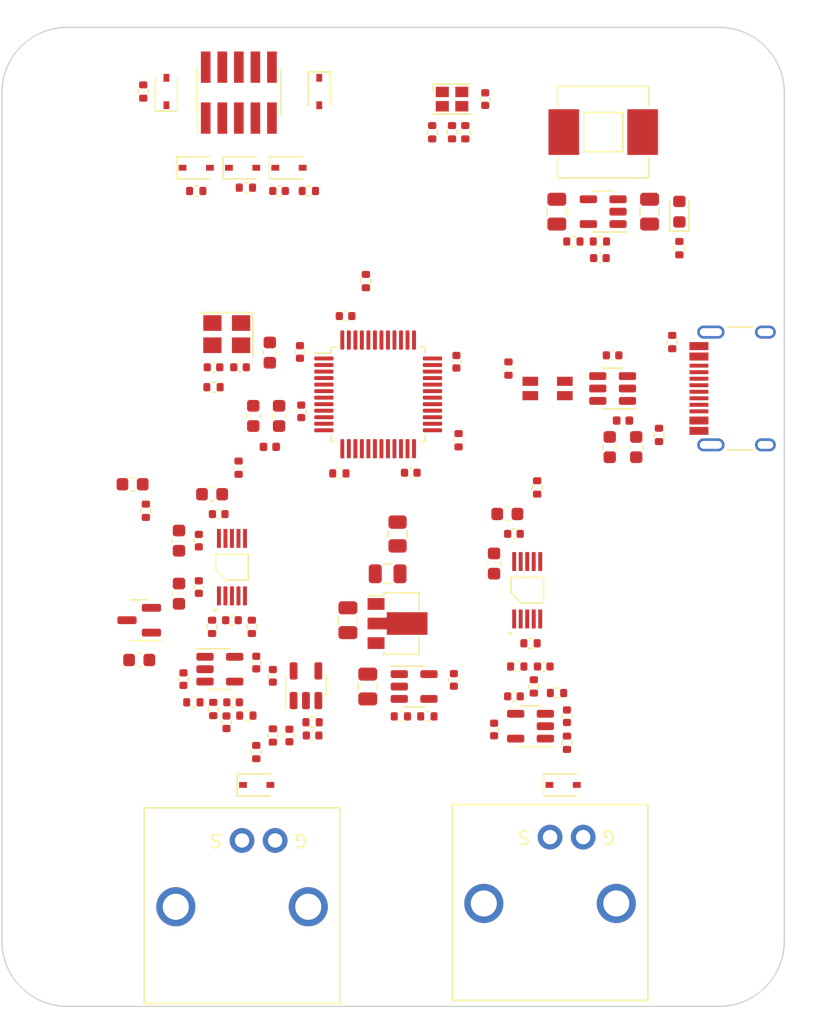
<source format=kicad_pcb>
(kicad_pcb (version 20211014) (generator pcbnew)
  (title_block (title "Mxed Signal") (date "2022-10-05") (rev "1.0") (company "Cristóbal Cuevas Lagos"))
  (layers (0 "F.Cu" signal) (1 "In1.Cu" signal) (2 "In2.Cu" signal) (31 "B.Cu" signal) (34 "B.Paste" user) (35 "F.Paste" user) (36 "B.SilkS" user "B.Silkscreen") (37 "F.SilkS" user "F.Silkscreen") (38 "B.Mask" user) (39 "F.Mask" user) (44 "Edge.Cuts" user))
  (net 0 "")
  (net 1 "VBUS")
  (net 2 "GND")
  (net 3 "+5V")
  (net 4 "/Power/+5V_FILT")
  (net 5 "+3.3VA")
  (net 6 "+3V3")
  (net 7 "/Power/BUCK_FB")
  (net 8 "/Power/VREF")
  (net 9 "VDDA")
  (net 10 "/MCU/HSE_IN")
  (net 11 "/MCU/XTAL_IN")
  (net 12 "/MCU/NRST")
  (net 13 "/ADC/IN_RF")
  (net 14 "/ADC/IN_BUF")
  (net 15 "Net-(C303-Pad1)")
  (net 16 "/ADC/IN_AA_BUF_IN")
  (net 17 "Net-(C305-Pad1)")
  (net 18 "/ADC/IN_AA_BUF_OUT")
  (net 19 "/ADC/ADC_IN+")
  (net 20 "/ADC/ADC_IN-")
  (net 21 "/ADC/ADC_VREF_VIN")
  (net 22 "/ADC/ADC_VREF")
  (net 23 "/DAC/DAC_VREF")
  (net 24 "Net-(C403-Pad1)")
  (net 25 "/DAC/OUT_AA_BUF_IN")
  (net 26 "Net-(C405-Pad1)")
  (net 27 "/DAC/OUT_AA_BUF_OUT")
  (net 28 "/Power/LED_PWR_K")
  (net 29 "/MCU/LED_G_K")
  (net 30 "/MCU/LED_R_K")
  (net 31 "/MCU/LED_B_K")
  (net 32 "/MCU/CONN_SWDIO")
  (net 33 "/MCU/CONN_SWCLK")
  (net 34 "/MCU/CONN_SWO")
  (net 35 "/MCU/CONN_NRST")
  (net 36 "/ADC/IN")
  (net 37 "/DAC/OUT")
  (net 38 "/MCU/USB_CONN_CC1")
  (net 39 "/MCU/USB_CONN_D+")
  (net 40 "/MCU/USB_CONN_D-")
  (net 42 "/MCU/USB_CONN_CC2")
  (net 47 "/MCU/BOOT0")
  (net 48 "/MCU/HSE_OUT")
  (net 49 "SPI2_NSS")
  (net 50 "SPI1_NSS")
  (net 51 "/MCU/USB_D+")
  (net 52 "/MCU/TIM4_CH3")
  (net 53 "/MCU/TIM4_CH1")
  (net 54 "/MCU/TIM4_CH2")
  (net 55 "/MCU/SWDIO")
  (net 56 "/MCU/SWCLK")
  (net 57 "/MCU/SWO")
  (net 58 "VCOM")
  (net 59 "/ADC/IN_BUF_OUT")
  (net 60 "SPI1_SCK")
  (net 61 "/ADC/ADC_SCLK")
  (net 62 "SPI2_SCK")
  (net 63 "/DAC/DAC_SCLK")
  (net 64 "/DAC/DAC_OUT_B")
  (net 65 "/DAC/DAC_OUT_A")
  (net 66 "/Power/BUCK_SW")
  (net 74 "SPI1_MISO")
  (net 78 "DAC_NCLR")
  (net 79 "DAC_NLDAC")
  (net 82 "SPI2_MOSI")
  (net 86 "/MCU/USB_D-")
  (net 91 "/MCU/USB_CMC_D+")
  (net 92 "/MCU/USB_CMC_D-")
  (footprint "Resistor_SMD:R_0402_1005Metric" (layer "F.Cu") (at 152.294 116.27 90)
    (fp_text reference "R405" hide)
    (fp_text value "49R9")
    (pad "1" smd roundrect (at -0.51 0 90) (size 0.54 0.64) (layers "F.Cu" "F.Paste" "F.Mask") (net 37 "/DAC/OUT"))
    (pad "2" smd roundrect (at 0.51 0 90) (size 0.54 0.64) (layers "F.Cu" "F.Paste" "F.Mask") (net 27 "/DAC/OUT_AA_BUF_OUT"))
  )
  (footprint "Capacitor_SMD:C_0402_1005Metric" (layer "F.Cu") (at 140.317534 95.582 180)
    (fp_text reference "C202" hide)
    (fp_text value "100n")
    (pad "1" smd roundrect (at -0.48 0 180) (size 0.56 0.62) (layers "F.Cu" "F.Paste" "F.Mask") (net 6 "+3V3"))
    (pad "2" smd roundrect (at 0.48 0 180) (size 0.56 0.62) (layers "F.Cu" "F.Paste" "F.Mask") (net 2 "GND"))
  )
  (footprint "MountingHole:MountingHole_3.2mm_M3" (layer "F.Cu") (at 163.964466 66.464466)
    (fp_text reference "H4" hide)
    (fp_text value "MountingHole")
    (pad "" np_thru_hole circle (at 0 0) (size 3.2 3.2) (drill 3.2) (layers *.Cu *.Mask))
  )
  (footprint "Capacitor_SMD:C_0603_1608Metric" (layer "F.Cu") (at 125.08 97.23 180)
    (fp_text reference "C315" hide)
    (fp_text value "10u")
    (pad "1" smd roundrect (at -0.775 0 180) (size 0.9 0.95) (layers "F.Cu" "F.Paste" "F.Mask") (net 6 "+3V3"))
    (pad "2" smd roundrect (at 0.775 0 180) (size 0.9 0.95) (layers "F.Cu" "F.Paste" "F.Mask") (net 2 "GND"))
  )
  (footprint "MountingHole:MountingHole_3.2mm_M3" (layer "F.Cu") (at 113.964466 66.464466)
    (fp_text reference "H1" hide)
    (fp_text value "MountingHole")
    (pad "" np_thru_hole circle (at 0 0) (size 3.2 3.2) (drill 3.2) (layers *.Cu *.Mask))
  )
  (footprint "MountingHole:MountingHole_3.2mm_M3" (layer "F.Cu") (at 113.964466 131.464466)
    (fp_text reference "H3" hide)
    (fp_text value "MountingHole")
    (pad "" np_thru_hole circle (at 0 0) (size 3.2 3.2) (drill 3.2) (layers *.Cu *.Mask))
  )
  (footprint "Capacitor_SMD:C_0402_1005Metric" (layer "F.Cu") (at 131.917534 90.882 90)
    (fp_text reference "C205" hide)
    (fp_text value "10n")
    (pad "1" smd roundrect (at -0.48 0 90) (size 0.56 0.62) (layers "F.Cu" "F.Paste" "F.Mask") (net 9 "VDDA"))
    (pad "2" smd roundrect (at 0.48 0 90) (size 0.56 0.62) (layers "F.Cu" "F.Paste" "F.Mask") (net 2 "GND"))
  )
  (footprint "Resistor_SMD:R_0402_1005Metric" (layer "F.Cu") (at 141.96 69.5 90)
    (fp_text reference "R209" hide)
    (fp_text value "1k")
    (pad "1" smd roundrect (at -0.51 0 90) (size 0.54 0.64) (layers "F.Cu" "F.Paste" "F.Mask") (net 54 "/MCU/TIM4_CH2"))
    (pad "2" smd roundrect (at 0.51 0 90) (size 0.54 0.64) (layers "F.Cu" "F.Paste" "F.Mask") (net 31 "/MCU/LED_B_K"))
  )
  (footprint "Resistor_SMD:R_0402_1005Metric" (layer "F.Cu") (at 129.739534 115.713534 -90)
    (fp_text reference "R301" hide)
    (fp_text value "2M2")
    (pad "1" smd roundrect (at -0.51 0 270) (size 0.54 0.64) (layers "F.Cu" "F.Paste" "F.Mask") (net 2 "GND"))
    (pad "2" smd roundrect (at 0.51 0 270) (size 0.54 0.64) (layers "F.Cu" "F.Paste" "F.Mask") (net 13 "/ADC/IN_RF"))
  )
  (footprint "MountingHole:MountingHole_3.2mm_M3" (layer "F.Cu") (at 163.964466 131.464466)
    (fp_text reference "H2" hide)
    (fp_text value "MountingHole")
    (pad "" np_thru_hole circle (at 0 0) (size 3.2 3.2) (drill 3.2) (layers *.Cu *.Mask))
  )
  (footprint "Mixed signal:VSSOP-10" (layer "F.Cu") (at 149.246 104.586)
    (fp_text reference "U400" hide)
    (fp_text value "DAC7563SDGSR")
    (pad "1" smd rect (at -1 2.2) (size 0.3 1.45) (layers "F.Cu" "F.Paste" "F.Mask") (net 65 "/DAC/DAC_OUT_A"))
    (pad "2" smd rect (at -0.5 2.2) (size 0.3 1.45) (layers "F.Cu" "F.Paste" "F.Mask") (net 64 "/DAC/DAC_OUT_B"))
    (pad "3" smd rect (at 0 2.2) (size 0.3 1.45) (layers "F.Cu" "F.Paste" "F.Mask") (net 2 "GND"))
    (pad "4" smd rect (at 0.5 2.2) (size 0.3 1.45) (layers "F.Cu" "F.Paste" "F.Mask") (net 79 "DAC_NLDAC"))
    (pad "5" smd rect (at 1 2.2) (size 0.3 1.45) (layers "F.Cu" "F.Paste" "F.Mask") (net 78 "DAC_NCLR"))
    (pad "6" smd rect (at 1 -2.2) (size 0.3 1.45) (layers "F.Cu" "F.Paste" "F.Mask") (net 49 "SPI2_NSS"))
    (pad "7" smd rect (at 0.5 -2.2) (size 0.3 1.45) (layers "F.Cu" "F.Paste" "F.Mask") (net 63 "/DAC/DAC_SCLK"))
    (pad "8" smd rect (at 0 -2.2) (size 0.3 1.45) (layers "F.Cu" "F.Paste" "F.Mask") (net 82 "SPI2_MOSI"))
    (pad "9" smd rect (at -0.5 -2.2) (size 0.3 1.45) (layers "F.Cu" "F.Paste" "F.Mask") (net 6 "+3V3"))
    (pad "10" smd rect (at -1 -2.2) (size 0.3 1.45) (layers "F.Cu" "F.Paste" "F.Mask") (net 23 "/DAC/DAC_VREF"))
  )
  (footprint "LED_SMD:LED_Cree-PLCC4_2x2mm_CW" (layer "F.Cu") (at 143.484 66.96)
    (fp_text reference "D200" hide)
    (fp_text value "LED_RGB_E6C1206RGBC3UDA")
    (pad "1" smd rect (at -0.75 -0.55) (size 1 0.8) (layers "F.Cu" "F.Paste" "F.Mask") (net 29 "/MCU/LED_G_K"))
    (pad "2" smd rect (at 0.75 -0.55) (size 1 0.8) (layers "F.Cu" "F.Paste" "F.Mask") (net 6 "+3V3"))
    (pad "3" smd rect (at 0.75 0.55) (size 1 0.8) (layers "F.Cu" "F.Paste" "F.Mask") (net 30 "/MCU/LED_R_K"))
    (pad "4" smd rect (at -0.75 0.55) (size 1 0.8) (layers "F.Cu" "F.Paste" "F.Mask") (net 31 "/MCU/LED_B_K"))
  )
  (footprint "Capacitor_SMD:C_0402_1005Metric" (layer "F.Cu") (at 148.23 112.714 180)
    (fp_text reference "C405" hide)
    (fp_text value "1n")
    (pad "1" smd roundrect (at -0.48 0 180) (size 0.56 0.62) (layers "F.Cu" "F.Paste" "F.Mask") (net 26 "Net-(C405-Pad1)"))
    (pad "2" smd roundrect (at 0.48 0 180) (size 0.56 0.62) (layers "F.Cu" "F.Paste" "F.Mask") (net 27 "/DAC/OUT_AA_BUF_OUT"))
  )
  (footprint "Package_TO_SOT_SMD:SOT-23-5" (layer "F.Cu") (at 140.574 111.962)
    (fp_text reference "U102" hide)
    (fp_text value "MCP6001T-E/OT")
    (pad "1" smd roundrect (at -1.1375 -0.95) (size 1.325 0.6) (layers "F.Cu" "F.Paste" "F.Mask") (net 58 "VCOM"))
    (pad "2" smd roundrect (at -1.1375 0) (size 1.325 0.6) (layers "F.Cu" "F.Paste" "F.Mask") (net 2 "GND"))
    (pad "3" smd roundrect (at -1.1375 0.95) (size 1.325 0.6) (layers "F.Cu" "F.Paste" "F.Mask") (net 8 "/Power/VREF"))
    (pad "4" smd roundrect (at 1.1375 0.95) (size 1.325 0.6) (layers "F.Cu" "F.Paste" "F.Mask") (net 58 "VCOM"))
    (pad "5" smd roundrect (at 1.1375 -0.95) (size 1.325 0.6) (layers "F.Cu" "F.Paste" "F.Mask") (net 5 "+3.3VA"))
  )
  (footprint "Resistor_SMD:R_0402_1005Metric" (layer "F.Cu") (at 128.128 107.39 -90)
    (fp_text reference "R307" hide)
    (fp_text value "1k")
    (pad "1" smd roundrect (at -0.51 0 270) (size 0.54 0.64) (layers "F.Cu" "F.Paste" "F.Mask") (net 20 "/ADC/ADC_IN-"))
    (pad "2" smd roundrect (at 0.51 0 270) (size 0.54 0.64) (layers "F.Cu" "F.Paste" "F.Mask") (net 58 "VCOM"))
  )
  (footprint "Capacitor_SMD:C_0603_1608Metric" (layer "F.Cu") (at 128.237534 91.232 90)
    (fp_text reference "C207" hide)
    (fp_text value "1u")
    (pad "1" smd roundrect (at -0.775 0 90) (size 0.9 0.95) (layers "F.Cu" "F.Paste" "F.Mask") (net 6 "+3V3"))
    (pad "2" smd roundrect (at 0.775 0 90) (size 0.9 0.95) (layers "F.Cu" "F.Paste" "F.Mask") (net 2 "GND"))
  )
  (footprint "Capacitor_SMD:C_0402_1005Metric" (layer "F.Cu") (at 126.604 106.882)
    (fp_text reference "C307" hide)
    (fp_text value "150p")
    (pad "1" smd roundrect (at -0.48 0) (size 0.56 0.62) (layers "F.Cu" "F.Paste" "F.Mask") (net 19 "/ADC/ADC_IN+"))
    (pad "2" smd roundrect (at 0.48 0) (size 0.56 0.62) (layers "F.Cu" "F.Paste" "F.Mask") (net 20 "/ADC/ADC_IN-"))
  )
  (footprint "Resistor_SMD:R_0402_1005Metric" (layer "F.Cu") (at 123.864 74 180)
    (fp_text reference "R210" hide)
    (fp_text value "49R9")
    (pad "1" smd roundrect (at -0.51 0 180) (size 0.54 0.64) (layers "F.Cu" "F.Paste" "F.Mask") (net 55 "/MCU/SWDIO"))
    (pad "2" smd roundrect (at 0.51 0 180) (size 0.54 0.64) (layers "F.Cu" "F.Paste" "F.Mask") (net 32 "/MCU/CONN_SWDIO"))
  )
  (footprint "Resistor_SMD:R_0402_1005Metric" (layer "F.Cu") (at 119.8 66.38 -90)
    (fp_text reference "R212" hide)
    (fp_text value "49R9")
    (pad "1" smd roundrect (at -0.51 0 270) (size 0.54 0.64) (layers "F.Cu" "F.Paste" "F.Mask") (net 57 "/MCU/SWO"))
    (pad "2" smd roundrect (at 0.51 0 270) (size 0.54 0.64) (layers "F.Cu" "F.Paste" "F.Mask") (net 34 "/MCU/CONN_SWO"))
  )
  (footprint "Capacitor_SMD:C_0603_1608Metric" (layer "F.Cu") (at 146.706 102.541 90)
    (fp_text reference "C402" hide)
    (fp_text value "1u")
    (pad "1" smd roundrect (at -0.775 0 90) (size 0.9 0.95) (layers "F.Cu" "F.Paste" "F.Mask") (net 23 "/DAC/DAC_VREF"))
    (pad "2" smd roundrect (at 0.775 0 90) (size 0.9 0.95) (layers "F.Cu" "F.Paste" "F.Mask") (net 2 "GND"))
  )
  (footprint "Resistor_SMD:R_0402_1005Metric" (layer "F.Cu") (at 159.352466 92.686466 -90)
    (fp_text reference "R205" hide)
    (fp_text value "5k1")
    (pad "1" smd roundrect (at -0.51 0 270) (size 0.54 0.64) (layers "F.Cu" "F.Paste" "F.Mask") (net 38 "/MCU/USB_CONN_CC1"))
    (pad "2" smd roundrect (at 0.51 0 270) (size 0.54 0.64) (layers "F.Cu" "F.Paste" "F.Mask") (net 2 "GND"))
  )
  (footprint "Capacitor_SMD:C_0402_1005Metric" (layer "F.Cu") (at 129.739534 111.141534 -90)
    (fp_text reference "C302" hide)
    (fp_text value "100n")
    (pad "1" smd roundrect (at -0.48 0 270) (size 0.56 0.62) (layers "F.Cu" "F.Paste" "F.Mask") (net 5 "+3.3VA"))
    (pad "2" smd roundrect (at 0.48 0 270) (size 0.56 0.62) (layers "F.Cu" "F.Paste" "F.Mask") (net 2 "GND"))
  )
  (footprint "Capacitor_SMD:C_0805_2012Metric" (layer "F.Cu") (at 158.630466 75.584466 -90)
    (fp_text reference "C105" hide)
    (fp_text value "22u")
    (pad "1" smd roundrect (at -0.95 0 270) (size 1 1.45) (layers "F.Cu" "F.Paste" "F.Mask") (net 6 "+3V3"))
    (pad "2" smd roundrect (at 0.95 0 270) (size 1 1.45) (layers "F.Cu" "F.Paste" "F.Mask") (net 2 "GND"))
  )
  (footprint "Diode_SMD:D_SOD-323" (layer "F.Cu") (at 121.578 66.38 90)
    (fp_text reference "D204" hide)
    (fp_text value "PESD3V3L1BA,115")
    (pad "1" smd rect (at -1.05 0 90) (size 0.6 0.45) (layers "F.Cu" "F.Paste" "F.Mask") (net 34 "/MCU/CONN_SWO"))
    (pad "2" smd rect (at 1.05 0 90) (size 0.6 0.45) (layers "F.Cu" "F.Paste" "F.Mask") (net 2 "GND"))
  )
  (footprint "Resistor_SMD:R_0402_1005Metric" (layer "F.Cu") (at 154.820466 77.870466)
    (fp_text reference "R101" hide)
    (fp_text value "100k")
    (pad "1" smd roundrect (at -0.51 0) (size 0.54 0.64) (layers "F.Cu" "F.Paste" "F.Mask") (net 7 "/Power/BUCK_FB"))
    (pad "2" smd roundrect (at 0.51 0) (size 0.54 0.64) (layers "F.Cu" "F.Paste" "F.Mask") (net 6 "+3V3"))
  )
  (footprint "Capacitor_SMD:C_0402_1005Metric" (layer "F.Cu") (at 127.221534 87.506 180)
    (fp_text reference "C208" hide)
    (fp_text value "10p")
    (pad "1" smd roundrect (at -0.48 0 180) (size 0.56 0.62) (layers "F.Cu" "F.Paste" "F.Mask") (net 10 "/MCU/HSE_IN"))
    (pad "2" smd roundrect (at 0.48 0 180) (size 0.56 0.62) (layers "F.Cu" "F.Paste" "F.Mask") (net 2 "GND"))
  )
  (footprint "Resistor_SMD:R_0402_1005Metric" (layer "F.Cu") (at 127.674 73.746 180)
    (fp_text reference "R211" hide)
    (fp_text value "49R9")
    (pad "1" smd roundrect (at -0.51 0 180) (size 0.54 0.64) (layers "F.Cu" "F.Paste" "F.Mask") (net 56 "/MCU/SWCLK"))
    (pad "2" smd roundrect (at 0.51 0 180) (size 0.54 0.64) (layers "F.Cu" "F.Paste" "F.Mask") (net 33 "/MCU/CONN_SWCLK"))
  )
  (footprint "Resistor_SMD:R_0402_1005Metric" (layer "F.Cu") (at 149.5 108.65)
    (fp_text reference "R401" hide)
    (fp_text value "10k")
    (pad "1" smd roundrect (at -0.51 0) (size 0.54 0.64) (layers "F.Cu" "F.Paste" "F.Mask") (net 64 "/DAC/DAC_OUT_B"))
    (pad "2" smd roundrect (at 0.51 0) (size 0.54 0.64) (layers "F.Cu" "F.Paste" "F.Mask") (net 2 "GND"))
  )
  (footprint "Resistor_SMD:R_0402_1005Metric" (layer "F.Cu") (at 144.5 69.5 90)
    (fp_text reference "R207" hide)
    (fp_text value "1k")
    (pad "1" smd roundrect (at -0.51 0 90) (size 0.54 0.64) (layers "F.Cu" "F.Paste" "F.Mask") (net 52 "/MCU/TIM4_CH3"))
    (pad "2" smd roundrect (at 0.51 0 90) (size 0.54 0.64) (layers "F.Cu" "F.Paste" "F.Mask") (net 30 "/MCU/LED_R_K"))
  )
  (footprint "Inductor_SMD:L_0402_1005Metric" (layer "F.Cu") (at 156.592466 91.586466 180)
    (fp_text reference "L100" hide)
    (fp_text value "10n")
    (pad "1" smd roundrect (at -0.485 0 180) (size 0.59 0.64) (layers "F.Cu" "F.Paste" "F.Mask") (net 1 "VBUS"))
    (pad "2" smd roundrect (at 0.485 0 180) (size 0.59 0.64) (layers "F.Cu" "F.Paste" "F.Mask") (net 3 "+5V"))
  )
  (footprint "Capacitor_SMD:C_0402_1005Metric" (layer "F.Cu") (at 143.622 111.454 -90)
    (fp_text reference "C108" hide)
    (fp_text value "100n")
    (pad "1" smd roundrect (at -0.48 0 270) (size 0.56 0.62) (layers "F.Cu" "F.Paste" "F.Mask") (net 5 "+3.3VA"))
    (pad "2" smd roundrect (at 0.48 0 270) (size 0.56 0.62) (layers "F.Cu" "F.Paste" "F.Mask") (net 2 "GND"))
  )
  (footprint "Resistor_SMD:R_0402_1005Metric" (layer "F.Cu") (at 141.59 114.248)
    (fp_text reference "R104" hide)
    (fp_text value "1k")
    (pad "1" smd roundrect (at -0.51 0) (size 0.54 0.64) (layers "F.Cu" "F.Paste" "F.Mask") (net 8 "/Power/VREF"))
    (pad "2" smd roundrect (at 0.51 0) (size 0.54 0.64) (layers "F.Cu" "F.Paste" "F.Mask") (net 5 "+3.3VA"))
  )
  (footprint "Capacitor_SMD:C_0402_1005Metric" (layer "F.Cu") (at 152.294 114.238 -90)
    (fp_text reference "C404" hide)
    (fp_text value "150p")
    (pad "1" smd roundrect (at -0.48 0 270) (size 0.56 0.62) (layers "F.Cu" "F.Paste" "F.Mask") (net 25 "/DAC/OUT_AA_BUF_IN"))
    (pad "2" smd roundrect (at 0.48 0 270) (size 0.56 0.62) (layers "F.Cu" "F.Paste" "F.Mask") (net 2 "GND"))
  )
  (footprint "Capacitor_SMD:C_0402_1005Metric" (layer "F.Cu") (at 131.817534 86.332 90)
    (fp_text reference "C201" hide)
    (fp_text value "100n")
    (pad "1" smd roundrect (at -0.48 0 90) (size 0.56 0.62) (layers "F.Cu" "F.Paste" "F.Mask") (net 6 "+3V3"))
    (pad "2" smd roundrect (at 0.48 0 90) (size 0.56 0.62) (layers "F.Cu" "F.Paste" "F.Mask") (net 2 "GND"))
  )
  (footprint "Mixed signal:CMC-1206" (layer "F.Cu") (at 150.808466 89.130466 180)
    (fp_text reference "L201" hide)
    (fp_text value "CMF3216F-900-2P-T")
    (pad "1" smd rect (at -1.325 -0.55 180) (size 1.2 0.7) (layers "F.Cu" "F.Paste" "F.Mask") (net 92 "/MCU/USB_CMC_D-"))
    (pad "2" smd rect (at -1.325 0.55 180) (size 1.2 0.7) (layers "F.Cu" "F.Paste" "F.Mask") (net 91 "/MCU/USB_CMC_D+"))
    (pad "3" smd rect (at 1.325 0.55 180) (size 1.2 0.7) (layers "F.Cu" "F.Paste" "F.Mask") (net 51 "/MCU/USB_D+"))
    (pad "4" smd rect (at 1.325 -0.55 180) (size 1.2 0.7) (layers "F.Cu" "F.Paste" "F.Mask") (net 86 "/MCU/USB_D-"))
  )
  (footprint "Capacitor_SMD:C_0402_1005Metric" (layer "F.Cu") (at 135.317534 83.582)
    (fp_text reference "C204" hide)
    (fp_text value "100n")
    (pad "1" smd roundrect (at -0.48 0) (size 0.56 0.62) (layers "F.Cu" "F.Paste" "F.Mask") (net 6 "+3V3"))
    (pad "2" smd roundrect (at 0.48 0) (size 0.56 0.62) (layers "F.Cu" "F.Paste" "F.Mask") (net 2 "GND"))
  )
  (footprint "Diode_SMD:D_SOD-323" (layer "F.Cu") (at 123.864 72.222)
    (fp_text reference "D202" hide)
    (fp_text value "PESD3V3L1BA,115")
    (pad "1" smd rect (at -1.05 0) (size 0.6 0.45) (layers "F.Cu" "F.Paste" "F.Mask") (net 32 "/MCU/CONN_SWDIO"))
    (pad "2" smd rect (at 1.05 0) (size 0.6 0.45) (layers "F.Cu" "F.Paste" "F.Mask") (net 2 "GND"))
  )
  (footprint "Package_TO_SOT_SMD:SOT-23-6" (layer "F.Cu") (at 155.796466 89.130466 180)
    (fp_text reference "U201" hide)
    (fp_text value "USBLC6-2SC6")
    (pad "1" smd roundrect (at -1.1375 -0.95 180) (size 1.325 0.6) (layers "F.Cu" "F.Paste" "F.Mask") (net 40 "/MCU/USB_CONN_D-"))
    (pad "2" smd roundrect (at -1.1375 0 180) (size 1.325 0.6) (layers "F.Cu" "F.Paste" "F.Mask") (net 2 "GND"))
    (pad "3" smd roundrect (at -1.1375 0.95 180) (size 1.325 0.6) (layers "F.Cu" "F.Paste" "F.Mask") (net 39 "/MCU/USB_CONN_D+"))
    (pad "4" smd roundrect (at 1.1375 0.95 180) (size 1.325 0.6) (layers "F.Cu" "F.Paste" "F.Mask") (net 91 "/MCU/USB_CMC_D+"))
    (pad "5" smd roundrect (at 1.1375 0 180) (size 1.325 0.6) (layers "F.Cu" "F.Paste" "F.Mask") (net 1 "VBUS"))
    (pad "6" smd roundrect (at 1.1375 -0.95 180) (size 1.325 0.6) (layers "F.Cu" "F.Paste" "F.Mask") (net 92 "/MCU/USB_CMC_D-"))
  )
  (footprint "Resistor_SMD:R_0402_1005Metric" (layer "F.Cu") (at 132.787534 114.697534 180)
    (fp_text reference "R302" hide)
    (fp_text value "2M2")
    (pad "1" smd roundrect (at -0.51 0 180) (size 0.54 0.64) (layers "F.Cu" "F.Paste" "F.Mask") (net 14 "/ADC/IN_BUF"))
    (pad "2" smd roundrect (at 0.51 0 180) (size 0.54 0.64) (layers "F.Cu" "F.Paste" "F.Mask") (net 58 "VCOM"))
  )
  (footprint "Capacitor_SMD:C_0402_1005Metric" (layer "F.Cu") (at 143.817534 87.082 -90)
    (fp_text reference "C203" hide)
    (fp_text value "100n")
    (pad "1" smd roundrect (at -0.48 0 270) (size 0.56 0.62) (layers "F.Cu" "F.Paste" "F.Mask") (net 6 "+3V3"))
    (pad "2" smd roundrect (at 0.48 0 270) (size 0.56 0.62) (layers "F.Cu" "F.Paste" "F.Mask") (net 2 "GND"))
  )
  (footprint "Capacitor_SMD:C_0402_1005Metric" (layer "F.Cu") (at 128.469534 110.125534 -90)
    (fp_text reference "C306" hide)
    (fp_text value "100n")
    (pad "1" smd roundrect (at -0.48 0 270) (size 0.56 0.62) (layers "F.Cu" "F.Paste" "F.Mask") (net 5 "+3.3VA"))
    (pad "2" smd roundrect (at 0.48 0 270) (size 0.56 0.62) (layers "F.Cu" "F.Paste" "F.Mask") (net 2 "GND"))
  )
  (footprint "Resistor_SMD:R_0402_1005Metric" (layer "F.Cu") (at 150.008 96.712 -90)
    (fp_text reference "R400" hide)
    (fp_text value "0R")
    (pad "1" smd roundrect (at -0.51 0 270) (size 0.54 0.64) (layers "F.Cu" "F.Paste" "F.Mask") (net 62 "SPI2_SCK"))
    (pad "2" smd roundrect (at 0.51 0 270) (size 0.54 0.64) (layers "F.Cu" "F.Paste" "F.Mask") (net 63 "/DAC/DAC_SCLK"))
  )
  (footprint "Capacitor_SMD:C_0402_1005Metric" (layer "F.Cu") (at 131.009534 115.713534 90)
    (fp_text reference "C300" hide)
    (fp_text value "150p")
    (pad "1" smd roundrect (at -0.48 0 90) (size 0.56 0.62) (layers "F.Cu" "F.Paste" "F.Mask") (net 13 "/ADC/IN_RF"))
    (pad "2" smd roundrect (at 0.48 0 90) (size 0.56 0.62) (layers "F.Cu" "F.Paste" "F.Mask") (net 2 "GND"))
  )
  (footprint "Resistor_SMD:R_0402_1005Metric" (layer "F.Cu") (at 151.532 112.46 180)
    (fp_text reference "R404" hide)
    (fp_text value "12k")
    (pad "1" smd roundrect (at -0.51 0 180) (size 0.54 0.64) (layers "F.Cu" "F.Paste" "F.Mask") (net 25 "/DAC/OUT_AA_BUF_IN"))
    (pad "2" smd roundrect (at 0.51 0 180) (size 0.54 0.64) (layers "F.Cu" "F.Paste" "F.Mask") (net 26 "Net-(C405-Pad1)"))
  )
  (footprint "Capacitor_SMD:C_0402_1005Metric" (layer "F.Cu") (at 146.024 66.96 -90)
    (fp_text reference "C211" hide)
    (fp_text value "100n")
    (pad "1" smd roundrect (at -0.48 0 270) (size 0.56 0.62) (layers "F.Cu" "F.Paste" "F.Mask") (net 6 "+3V3"))
    (pad "2" smd roundrect (at 0.48 0 270) (size 0.56 0.62) (layers "F.Cu" "F.Paste" "F.Mask") (net 2 "GND"))
  )
  (footprint "Inductor_SMD:L_0402_1005Metric" (layer "F.Cu") (at 129.507534 93.602 180)
    (fp_text reference "L200" hide)
    (fp_text value "10n")
    (pad "1" smd roundrect (at -0.485 0 180) (size 0.59 0.64) (layers "F.Cu" "F.Paste" "F.Mask") (net 9 "VDDA"))
    (pad "2" smd roundrect (at 0.485 0 180) (size 0.59 0.64) (layers "F.Cu" "F.Paste" "F.Mask") (net 6 "+3V3"))
  )
  (footprint "Resistor_SMD:R_0402_1005Metric" (layer "F.Cu") (at 136.873534 80.902 90)
    (fp_text reference "R200" hide)
    (fp_text value "10k")
    (pad "1" smd roundrect (at -0.51 0 90) (size 0.54 0.64) (layers "F.Cu" "F.Paste" "F.Mask") (net 47 "/MCU/BOOT0"))
    (pad "2" smd roundrect (at 0.51 0 90) (size 0.54 0.64) (layers "F.Cu" "F.Paste" "F.Mask") (net 2 "GND"))
  )
  (footprint "Capacitor_SMD:C_0603_1608Metric" (layer "F.Cu") (at 122.54 100.786 -90)
    (fp_text reference "C312" hide)
    (fp_text value "10u")
    (pad "1" smd roundrect (at -0.775 0 270) (size 0.9 0.95) (layers "F.Cu" "F.Paste" "F.Mask") (net 5 "+3.3VA"))
    (pad "2" smd roundrect (at 0.775 0 270) (size 0.9 0.95) (layers "F.Cu" "F.Paste" "F.Mask") (net 2 "GND"))
  )
  (footprint "Diode_SMD:D_SOD-323" (layer "F.Cu") (at 128.5 119.5)
    (fp_text reference "D300" hide)
    (fp_text value "PESD3V3L1BA,115")
    (pad "1" smd rect (at -1.05 0) (size 0.6 0.45) (layers "F.Cu" "F.Paste" "F.Mask") (net 36 "/ADC/IN"))
    (pad "2" smd rect (at 1.05 0) (size 0.6 0.45) (layers "F.Cu" "F.Paste" "F.Mask") (net 2 "GND"))
  )
  (footprint "Package_TO_SOT_SMD:SOT-23" (layer "F.Cu") (at 119.492 106.882 180)
    (fp_text reference "U302" hide)
    (fp_text value "REF3033AIDBZT")
    (pad "1" smd roundrect (at -0.9375 -0.95 180) (size 1.475 0.6) (layers "F.Cu" "F.Paste" "F.Mask") (net 21 "/ADC/ADC_VREF_VIN"))
    (pad "2" smd roundrect (at -0.9375 0.95 180) (size 1.475 0.6) (layers "F.Cu" "F.Paste" "F.Mask") (net 22 "/ADC/ADC_VREF"))
    (pad "3" smd roundrect (at 0.9375 0 180) (size 1.475 0.6) (layers "F.Cu" "F.Paste" "F.Mask") (net 2 "GND"))
  )
  (footprint "Capacitor_SMD:C_0402_1005Metric" (layer "F.Cu") (at 125.189534 87.506)
    (fp_text reference "C209" hide)
    (fp_text value "10p")
    (pad "1" smd roundrect (at -0.48 0) (size 0.56 0.62) (layers "F.Cu" "F.Paste" "F.Mask") (net 11 "/MCU/XTAL_IN"))
    (pad "2" smd roundrect (at 0.48 0) (size 0.56 0.62) (layers "F.Cu" "F.Paste" "F.Mask") (net 2 "GND"))
  )
  (footprint "Capacitor_SMD:C_0603_1608Metric" (layer "F.Cu") (at 122.54 104.85 90)
    (fp_text reference "C310" hide)
    (fp_text value "10u")
    (pad "1" smd roundrect (at -0.775 0 90) (size 0.9 0.95) (layers "F.Cu" "F.Paste" "F.Mask") (net 22 "/ADC/ADC_VREF"))
    (pad "2" smd roundrect (at 0.775 0 90) (size 0.9 0.95) (layers "F.Cu" "F.Paste" "F.Mask") (net 2 "GND"))
  )
  (footprint "Capacitor_SMD:C_0402_1005Metric" (layer "F.Cu") (at 122.881534 111.395534 90)
    (fp_text reference "C304" hide)
    (fp_text value "150p")
    (pad "1" smd roundrect (at -0.48 0 90) (size 0.56 0.62) (layers "F.Cu" "F.Paste" "F.Mask") (net 16 "/ADC/IN_AA_BUF_IN"))
    (pad "2" smd roundrect (at 0.48 0 90) (size 0.56 0.62) (layers "F.Cu" "F.Paste" "F.Mask") (net 2 "GND"))
  )
  (footprint "Capacitor_SMD:C_0805_2012Metric" (layer "F.Cu") (at 135.494 106.882 90)
    (fp_text reference "C103" hide)
    (fp_text value "22u")
    (pad "1" smd roundrect (at -0.95 0 90) (size 1 1.45) (layers "F.Cu" "F.Paste" "F.Mask") (net 5 "+3.3VA"))
    (pad "2" smd roundrect (at 0.95 0 90) (size 1 1.45) (layers "F.Cu" "F.Paste" "F.Mask") (net 2 "GND"))
  )
  (footprint "Capacitor_SMD:C_0402_1005Metric" (layer "F.Cu") (at 132.787534 115.713534 180)
    (fp_text reference "C301" hide)
    (fp_text value "100n")
    (pad "1" smd roundrect (at -0.48 0 180) (size 0.56 0.62) (layers "F.Cu" "F.Paste" "F.Mask") (net 14 "/ADC/IN_BUF"))
    (pad "2" smd roundrect (at 0.48 0 180) (size 0.56 0.62) (layers "F.Cu" "F.Paste" "F.Mask") (net 13 "/ADC/IN_RF"))
  )
  (footprint "Mixed signal:VSSOP-10" (layer "F.Cu") (at 126.604 102.818)
    (fp_text reference "U303" hide)
    (fp_text value "ADC141S626CIMM_NOPB")
    (pad "1" smd rect (at -1 2.2) (size 0.3 1.45) (layers "F.Cu" "F.Paste" "F.Mask") (net 22 "/ADC/ADC_VREF"))
    (pad "2" smd rect (at -0.5 2.2) (size 0.3 1.45) (layers "F.Cu" "F.Paste" "F.Mask") (net 19 "/ADC/ADC_IN+"))
    (pad "3" smd rect (at 0 2.2) (size 0.3 1.45) (layers "F.Cu" "F.Paste" "F.Mask") (net 20 "/ADC/ADC_IN-"))
    (pad "4" smd rect (at 0.5 2.2) (size 0.3 1.45) (layers "F.Cu" "F.Paste" "F.Mask") (net 2 "GND"))
    (pad "5" smd rect (at 1 2.2) (size 0.3 1.45) (layers "F.Cu" "F.Paste" "F.Mask") (net 2 "GND"))
    (pad "6" smd rect (at 1 -2.2) (size 0.3 1.45) (layers "F.Cu" "F.Paste" "F.Mask") (net 50 "SPI1_NSS"))
    (pad "7" smd rect (at 0.5 -2.2) (size 0.3 1.45) (layers "F.Cu" "F.Paste" "F.Mask") (net 74 "SPI1_MISO"))
    (pad "8" smd rect (at 0 -2.2) (size 0.3 1.45) (layers "F.Cu" "F.Paste" "F.Mask") (net 61 "/ADC/ADC_SCLK"))
    (pad "9" smd rect (at -0.5 -2.2) (size 0.3 1.45) (layers "F.Cu" "F.Paste" "F.Mask") (net 6 "+3V3"))
    (pad "10" smd rect (at -1 -2.2) (size 0.3 1.45) (layers "F.Cu" "F.Paste" "F.Mask") (net 5 "+3.3VA"))
  )
  (footprint "Mixed signal:AMPHENOL-BNC-031-5640-1010" (layer "F.Cu") (at 127.378 123.754 180)
    (fp_text reference "J300" hide)
    (fp_text value "031-5640-1010")
    (fp_text user "S" (at 2 0 180 unlocked) (layer "F.SilkS"))
    (fp_text user "G" (at -4.5 0 180 unlocked) (layer "F.SilkS"))
    (pad "1" thru_hole circle (at 0 0 180) (size 1.9 1.9) (drill 1.1) (layers *.Cu *.Mask) (net 36 "/ADC/IN"))
    (pad "2" thru_hole circle (at 5.08 -5.08 180) (size 3 3) (drill 2) (layers *.Cu *.Mask) (net 2 "GND"))
    (pad "2" thru_hole circle (at -5.08 -5.08 180) (size 3 3) (drill 2) (layers *.Cu *.Mask) (net 2 "GND"))
    (pad "2" thru_hole circle (at -2.54 0 180) (size 1.9 1.9) (drill 1.1) (layers *.Cu *.Mask) (net 2 "GND"))
  )
  (footprint "Capacitor_SMD:C_0805_2012Metric" (layer "F.Cu") (at 138.542 103.326 180)
    (fp_text reference "C102" hide)
    (fp_text value "22u")
    (pad "1" smd roundrect (at -0.95 0 180) (size 1 1.45) (layers "F.Cu" "F.Paste" "F.Mask") (net 4 "/Power/+5V_FILT"))
    (pad "2" smd roundrect (at 0.95 0 180) (size 1 1.45) (layers "F.Cu" "F.Paste" "F.Mask") (net 2 "GND"))
  )
  (footprint "Capacitor_SMD:C_0805_2012Metric" (layer "F.Cu") (at 137.018 111.962 90)
    (fp_text reference "C107" hide)
    (fp_text value "22u")
    (pad "1" smd roundrect (at -0.95 0 90) (size 1 1.45) (layers "F.Cu" "F.Paste" "F.Mask") (net 8 "/Power/VREF"))
    (pad "2" smd roundrect (at 0.95 0 90) (size 1 1.45) (layers "F.Cu" "F.Paste" "F.Mask") (net 2 "GND"))
  )
  (footprint "Capacitor_SMD:C_0603_1608Metric" (layer "F.Cu") (at 119.492 109.93 180)
    (fp_text reference "C309" hide)
    (fp_text value "10u")
    (pad "1" smd roundrect (at -0.775 0 180) (size 0.9 0.95) (layers "F.Cu" "F.Paste" "F.Mask") (net 21 "/ADC/ADC_VREF_VIN"))
    (pad "2" smd roundrect (at 0.775 0 180) (size 0.9 0.95) (layers "F.Cu" "F.Paste" "F.Mask") (net 2 "GND"))
  )
  (footprint "Resistor_SMD:R_0402_1005Metric" (layer "F.Cu") (at 132.5 74 180)
    (fp_text reference "R213" hide)
    (fp_text value "49R9")
    (pad "1" smd roundrect (at -0.51 0 180) (size 0.54 0.64) (layers "F.Cu" "F.Paste" "F.Mask") (net 12 "/MCU/NRST"))
    (pad "2" smd roundrect (at 0.51 0 180) (size 0.54 0.64) (layers "F.Cu" "F.Paste" "F.Mask") (net 35 "/MCU/CONN_NRST"))
  )
  (footprint "Diode_SMD:D_SOD-323" (layer "F.Cu") (at 133.3 66.38 -90)
    (fp_text reference "D201" hide)
    (fp_text value "PESD3V3L1BA,115")
    (pad "1" smd rect (at -1.05 0 270) (size 0.6 0.45) (layers "F.Cu" "F.Paste" "F.Mask") (net 6 "+3V3"))
    (pad "2" smd rect (at 1.05 0 270) (size 0.6 0.45) (layers "F.Cu" "F.Paste" "F.Mask") (net 2 "GND"))
  )
  (footprint "Resistor_SMD:R_0402_1005Metric" (layer "F.Cu") (at 160.916466 78.378466 90)
    (fp_text reference "R103" hide)
    (fp_text value "1k")
    (pad "1" smd roundrect (at -0.51 0 90) (size 0.54 0.64) (layers "F.Cu" "F.Paste" "F.Mask") (net 2 "GND"))
    (pad "2" smd roundrect (at 0.51 0 90) (size 0.54 0.64) (layers "F.Cu" "F.Paste" "F.Mask") (net 28 "/Power/LED_PWR_K"))
  )
  (footprint "Capacitor_SMD:C_0603_1608Metric" (layer "F.Cu") (at 118.984 96.468 180)
    (fp_text reference "C308" hide)
    (fp_text value "10u")
    (pad "1" smd roundrect (at -0.775 0 180) (size 0.9 0.95) (layers "F.Cu" "F.Paste" "F.Mask") (net 3 "+5V"))
    (pad "2" smd roundrect (at 0.775 0 180) (size 0.9 0.95) (layers "F.Cu" "F.Paste" "F.Mask") (net 2 "GND"))
  )
  (footprint "Capacitor_SMD:C_0402_1005Metric" (layer "F.Cu") (at 125.588 98.754 180)
    (fp_text reference "C314" hide)
    (fp_text value "100n")
    (pad "1" smd roundrect (at -0.48 0 180) (size 0.56 0.62) (layers "F.Cu" "F.Paste" "F.Mask") (net 6 "+3V3"))
    (pad "2" smd roundrect (at 0.48 0 180) (size 0.56 0.62) (layers "F.Cu" "F.Paste" "F.Mask") (net 2 "GND"))
  )
  (footprint "Diode_SMD:D_SOD-323" (layer "F.Cu") (at 127.42 72.222)
    (fp_text reference "D203" hide)
    (fp_text value "PESD3V3L1BA,115")
    (pad "1" smd rect (at -1.05 0) (size 0.6 0.45) (layers "F.Cu" "F.Paste" "F.Mask") (net 33 "/MCU/CONN_SWCLK"))
    (pad "2" smd rect (at 1.05 0) (size 0.6 0.45) (layers "F.Cu" "F.Paste" "F.Mask") (net 2 "GND"))
  )
  (footprint "LED_SMD:LED_0603_1608Metric" (layer "F.Cu") (at 160.916466 75.584466 90)
    (fp_text reference "D100" hide)
    (fp_text value "GREEN")
    (pad "1" smd roundrect (at -0.7875 0 90) (size 0.875 0.95) (layers "F.Cu" "F.Paste" "F.Mask") (net 28 "/Power/LED_PWR_K"))
    (pad "2" smd roundrect (at 0.7875 0 90) (size 0.875 0.95) (layers "F.Cu" "F.Paste" "F.Mask") (net 6 "+3V3"))
  )
  (footprint "Mixed signal:AMPHENOL-BNC-031-5640-1010" (layer "F.Cu") (at 151 123.5 180)
    (fp_text reference "J400" hide)
    (fp_text value "031-5640-1010")
    (fp_text user "G" (at -4.5 0 180 unlocked) (layer "F.SilkS"))
    (fp_text user "S" (at 2 0 180 unlocked) (layer "F.SilkS"))
    (pad "1" thru_hole circle (at 0 0 180) (size 1.9 1.9) (drill 1.1) (layers *.Cu *.Mask) (net 37 "/DAC/OUT"))
    (pad "2" thru_hole circle (at -2.54 0 180) (size 1.9 1.9) (drill 1.1) (layers *.Cu *.Mask) (net 2 "GND"))
    (pad "2" thru_hole circle (at -5.08 -5.08 180) (size 3 3) (drill 2) (layers *.Cu *.Mask) (net 2 "GND"))
    (pad "2" thru_hole circle (at 5.08 -5.08 180) (size 3 3) (drill 2) (layers *.Cu *.Mask) (net 2 "GND"))
  )
  (footprint "Diode_SMD:D_SOD-323" (layer "F.Cu") (at 152 119.5)
    (fp_text reference "D400" hide)
    (fp_text value "PESD3V3L1BA,115")
    (pad "1" smd rect (at -1.05 0) (size 0.6 0.45) (layers "F.Cu" "F.Paste" "F.Mask") (net 37 "/DAC/OUT"))
    (pad "2" smd rect (at 1.05 0) (size 0.6 0.45) (layers "F.Cu" "F.Paste" "F.Mask") (net 2 "GND"))
  )
  (footprint "Connector_PinHeader_1.27mm:PinHeader_2x05_P1.27mm_Vertical_SMD" (layer "F.Cu") (at 127.132 66.464 90)
    (fp_text reference "J201" hide)
    (fp_text value "2x5 1.27mm")
    (pad "1" smd rect (at -1.95 -2.54 90) (size 2.4 0.74) (layers "F.Cu" "F.Paste" "F.Mask") (net 6 "+3V3"))
    (pad "2" smd rect (at 1.95 -2.54 90) (size 2.4 0.74) (layers "F.Cu" "F.Paste" "F.Mask") (net 32 "/MCU/CONN_SWDIO"))
    (pad "3" smd rect (at -1.95 -1.27 90) (size 2.4 0.74) (layers "F.Cu" "F.Paste" "F.Mask") (net 2 "GND"))
    (pad "4" smd rect (at 1.95 -1.27 90) (size 2.4 0.74) (layers "F.Cu" "F.Paste" "F.Mask") (net 33 "/MCU/CONN_SWCLK"))
    (pad "5" smd rect (at -1.95 0 90) (size 2.4 0.74) (layers "F.Cu" "F.Paste" "F.Mask") (net 2 "GND"))
    (pad "6" smd rect (at 1.95 0 90) (size 2.4 0.74) (layers "F.Cu" "F.Paste" "F.Mask") (net 34 "/MCU/CONN_SWO"))
    (pad "7" smd rect (at -1.95 1.27 90) (size 2.4 0.74) (layers "F.Cu" "F.Paste" "F.Mask"))
    (pad "8" smd rect (at 1.95 1.27 90) (size 2.4 0.74) (layers "F.Cu" "F.Paste" "F.Mask"))
    (pad "9" smd rect (at -1.95 2.54 90) (size 2.4 0.74) (layers "F.Cu" "F.Paste" "F.Mask") (net 2 "GND"))
    (pad "10" smd rect (at 1.95 2.54 90) (size 2.4 0.74) (layers "F.Cu" "F.Paste" "F.Mask") (net 35 "/MCU/CONN_NRST"))
  )
  (footprint "Resistor_SMD:R_0402_1005Metric" (layer "F.Cu") (at 134.841534 95.634)
    (fp_text reference "R203" hide)
    (fp_text value "10k")
    (pad "1" smd roundrect (at -0.51 0) (size 0.54 0.64) (layers "F.Cu" "F.Paste" "F.Mask") (net 6 "+3V3"))
    (pad "2" smd roundrect (at 0.51 0) (size 0.54 0.64) (layers "F.Cu" "F.Paste" "F.Mask") (net 50 "SPI1_NSS"))
  )
  (footprint "Resistor_SMD:R_0805_2012Metric" (layer "F.Cu") (at 139.304 100.278 90)
    (fp_text reference "R100" hide)
    (fp_text value "10R")
    (pad "1" smd roundrect (at -0.9125 0 90) (size 1.025 1.4) (layers "F.Cu" "F.Paste" "F.Mask") (roundrect_rratio 0.243902) (net 4 "/Power/+5V_FILT"))
    (pad "2" smd roundrect (at 0.9125 0 90) (size 1.025 1.4) (layers "F.Cu" "F.Paste" "F.Mask") (roundrect_rratio 0.243902) (net 3 "+5V"))
  )
  (footprint "Package_TO_SOT_SMD:SOT-23-5" (layer "F.Cu") (at 149.5 115 180)
    (fp_text reference "U401" hide)
    (fp_text value "MCP6001T-E/OT")
    (pad "1" smd roundrect (at -1.1375 -0.95 180) (size 1.325 0.6) (layers "F.Cu" "F.Paste" "F.Mask") (net 27 "/DAC/OUT_AA_BUF_OUT"))
    (pad "2" smd roundrect (at -1.1375 0 180) (size 1.325 0.6) (layers "F.Cu" "F.Paste" "F.Mask") (net 2 "GND"))
    (pad "3" smd roundrect (at -1.1375 0.95 180) (size 1.325 0.6) (layers "F.Cu" "F.Paste" "F.Mask") (net 25 "/DAC/OUT_AA_BUF_IN"))
    (pad "4" smd roundrect (at 1.1375 0.95 180) (size 1.325 0.6) (layers "F.Cu" "F.Paste" "F.Mask") (net 27 "/DAC/OUT_AA_BUF_OUT"))
    (pad "5" smd roundrect (at 1.1375 -0.95 180) (size 1.325 0.6) (layers "F.Cu" "F.Paste" "F.Mask") (net 5 "+3.3VA"))
  )
  (footprint "Connector_USB:USB_C_Receptacle_HRO_TYPE-C-31-M-12" (layer "F.Cu") (at 166.464466 89.130466 90)
    (fp_text reference "J200" hide)
    (fp_text value "USB_C_Receptacle_USB2.0")
    (pad "" np_thru_hole circle (at 2.89 -2.6 90) (size 0.65 0.65) (drill 0.65) (layers *.Cu *.Mask))
    (pad "" np_thru_hole circle (at -2.89 -2.6 90) (size 0.65 0.65) (drill 0.65) (layers *.Cu *.Mask))
    (pad "A1" smd rect (at -3.25 -4.045 90) (size 0.6 1.45) (layers "F.Cu" "F.Paste" "F.Mask") (net 2 "GND"))
    (pad "A4" smd rect (at -2.45 -4.045 90) (size 0.6 1.45) (layers "F.Cu" "F.Paste" "F.Mask") (net 1 "VBUS"))
    (pad "A5" smd rect (at -1.25 -4.045 90) (size 0.3 1.45) (layers "F.Cu" "F.Paste" "F.Mask") (net 38 "/MCU/USB_CONN_CC1"))
    (pad "A6" smd rect (at -0.25 -4.045 90) (size 0.3 1.45) (layers "F.Cu" "F.Paste" "F.Mask") (net 39 "/MCU/USB_CONN_D+"))
    (pad "A7" smd rect (at 0.25 -4.045 90) (size 0.3 1.45) (layers "F.Cu" "F.Paste" "F.Mask") (net 40 "/MCU/USB_CONN_D-"))
    (pad "A8" smd rect (at 1.25 -4.045 90) (size 0.3 1.45) (layers "F.Cu" "F.Paste" "F.Mask"))
    (pad "A9" smd rect (at 2.45 -4.045 90) (size 0.6 1.45) (layers "F.Cu" "F.Paste" "F.Mask") (net 1 "VBUS"))
    (pad "A12" smd rect (at 3.25 -4.045 90) (size 0.6 1.45) (layers "F.Cu" "F.Paste" "F.Mask") (net 2 "GND"))
    (pad "B1" smd rect (at 3.25 -4.045 90) (size 0.6 1.45) (layers "F.Cu" "F.Paste" "F.Mask") (net 2 "GND"))
    (pad "B4" smd rect (at 2.45 -4.045 90) (size 0.6 1.45) (layers "F.Cu" "F.Paste" "F.Mask") (net 1 "VBUS"))
    (pad "B5" smd rect (at 1.75 -4.045 90) (size 0.3 1.45) (layers "F.Cu" "F.Paste" "F.Mask") (net 42 "/MCU/USB_CONN_CC2"))
    (pad "B6" smd rect (at 0.75 -4.045 90) (size 0.3 1.45) (layers "F.Cu" "F.Paste" "F.Mask") (net 39 "/MCU/USB_CONN_D+"))
    (pad "B7" smd rect (at -0.75 -4.045 90) (size 0.3 1.45) (layers "F.Cu" "F.Paste" "F.Mask") (net 40 "/MCU/USB_CONN_D-"))
    (pad "B8" smd rect (at -1.75 -4.045 90) (size 0.3 1.45) (layers "F.Cu" "F.Paste" "F.Mask"))
    (pad "B9" smd rect (at -2.45 -4.045 90) (size 0.6 1.45) (layers "F.Cu" "F.Paste" "F.Mask") (net 1 "VBUS"))
    (pad "B12" smd rect (at -3.25 -4.045 90) (size 0.6 1.45) (layers "F.Cu" "F.Paste" "F.Mask") (net 2 "GND"))
    (pad "S1" thru_hole oval (at 4.32 -3.13 90) (size 1 2.1) (drill oval 0.6 1.7) (layers *.Cu *.Mask))
    (pad "S1" thru_hole oval (at -4.32 -3.13 90) (size 1 2.1) (drill oval 0.6 1.7) (layers *.Cu *.Mask))
    (pad "S1" thru_hole oval (at 4.32 1.05 90) (size 1 1.6) (drill oval 0.6 1.2) (layers *.Cu *.Mask))
    (pad "S1" thru_hole oval (at -4.32 1.05 90) (size 1 1.6) (drill oval 0.6 1.2) (layers *.Cu *.Mask))
  )
  (footprint "Resistor_SMD:R_0402_1005Metric" (layer "F.Cu") (at 152.788466 77.870466)
    (fp_text reference "R102" hide)
    (fp_text value "22k")
    (pad "1" smd roundrect (at -0.51 0) (size 0.54 0.64) (layers "F.Cu" "F.Paste" "F.Mask") (net 2 "GND"))
    (pad "2" smd roundrect (at 0.51 0) (size 0.54 0.64) (layers "F.Cu" "F.Paste" "F.Mask") (net 7 "/Power/BUCK_FB"))
  )
  (footprint "Resistor_SMD:R_0402_1005Metric" (layer "F.Cu") (at 123.643534 113.173534)
    (fp_text reference "R305" hide)
    (fp_text value "12k")
    (pad "1" smd roundrect (at -0.51 0) (size 0.54 0.64) (layers "F.Cu" "F.Paste" "F.Mask") (net 16 "/ADC/IN_AA_BUF_IN"))
    (pad "2" smd roundrect (at 0.51 0) (size 0.54 0.64) (layers "F.Cu" "F.Paste" "F.Mask") (net 17 "Net-(C305-Pad1)"))
  )
  (footprint "Capacitor_SMD:C_0402_1005Metric" (layer "F.Cu") (at 155.796466 86.590466)
    (fp_text reference "C210" hide)
    (fp_text value "100n")
    (pad "1" smd roundrect (at -0.48 0) (size 0.56 0.62) (layers "F.Cu" "F.Paste" "F.Mask") (net 1 "VBUS"))
    (pad "2" smd roundrect (at 0.48 0) (size 0.56 0.62) (layers "F.Cu" "F.Paste" "F.Mask") (net 2 "GND"))
  )
  (footprint "Capacitor_SMD:C_0402_1005Metric" (layer "F.Cu") (at 124.064 100.786 -90)
    (fp_text reference "C313" hide)
    (fp_text value "100n")
    (pad "1" smd roundrect (at -0.48 0 270) (size 0.56 0.62) (layers "F.Cu" "F.Paste" "F.Mask") (net 5 "+3.3VA"))
    (pad "2" smd roundrect (at 0.48 0 270) (size 0.56 0.62) (layers "F.Cu" "F.Paste" "F.Mask") (net 2 "GND"))
  )
  (footprint "Resistor_SMD:R_0402_1005Metric" (layer "F.Cu") (at 148.484 110.428 180)
    (fp_text reference "R402" hide)
    (fp_text value "6k8")
    (pad "1" smd roundrect (at -0.51 0 180) (size 0.54 0.64) (layers "F.Cu" "F.Paste" "F.Mask") (net 24 "Net-(C403-Pad1)"))
    (pad "2" smd roundrect (at 0.51 0 180) (size 0.54 0.64) (layers "F.Cu" "F.Paste" "F.Mask") (net 65 "/DAC/DAC_OUT_A"))
  )
  (footprint "Package_TO_SOT_SMD:SOT-23-5" (layer "F.Cu") (at 125.675534 110.633534)
    (fp_text reference "U301" hide)
    (fp_text value "MCP6001T-E/OT")
    (pad "1" smd roundrect (at -1.1375 -0.95) (size 1.325 0.6) (layers "F.Cu" "F.Paste" "F.Mask") (net 18 "/ADC/IN_AA_BUF_OUT"))
    (pad "2" smd roundrect (at -1.1375 0) (size 1.325 0.6) (layers "F.Cu" "F.Paste" "F.Mask") (net 2 "GND"))
    (pad "3" smd roundrect (at -1.1375 0.95) (size 1.325 0.6) (layers "F.Cu" "F.Paste" "F.Mask") (net 16 "/ADC/IN_AA_BUF_IN"))
    (pad "4" smd roundrect (at 1.1375 0.95) (size 1.325 0.6) (layers "F.Cu" "F.Paste" "F.Mask") (net 18 "/ADC/IN_AA_BUF_OUT"))
    (pad "5" smd roundrect (at 1.1375 -0.95) (size 1.325 0.6) (layers "F.Cu" "F.Paste" "F.Mask") (net 5 "+3.3VA"))
  )
  (footprint "Resistor_SMD:R_0402_1005Metric" (layer "F.Cu") (at 125.08 107.39 -90)
    (fp_text reference "R306" hide)
    (fp_text value "1k")
    (pad "1" smd roundrect (at -0.51 0 270) (size 0.54 0.64) (layers "F.Cu" "F.Paste" "F.Mask") (net 19 "/ADC/ADC_IN+"))
    (pad "2" smd roundrect (at 0.51 0 270) (size 0.54 0.64) (layers "F.Cu" "F.Paste" "F.Mask") (net 18 "/ADC/IN_AA_BUF_OUT"))
  )
  (footprint "Capacitor_SMD:C_0402_1005Metric" (layer "F.Cu") (at 124.064 104.342 90)
    (fp_text reference "C311" hide)
    (fp_text value "100n")
    (pad "1" smd roundrect (at -0.48 0 90) (size 0.56 0.62) (layers "F.Cu" "F.Paste" "F.Mask") (net 22 "/ADC/ADC_VREF"))
    (pad "2" smd roundrect (at 0.48 0 90) (size 0.56 0.62) (layers "F.Cu" "F.Paste" "F.Mask") (net 2 "GND"))
  )
  (footprint "Resistor_SMD:R_0402_1005Metric" (layer "F.Cu") (at 160.368466 85.574466 90)
    (fp_text reference "R206" hide)
    (fp_text value "5k1")
    (pad "1" smd roundrect (at -0.51 0 90) (size 0.54 0.64) (layers "F.Cu" "F.Paste" "F.Mask") (net 42 "/MCU/USB_CONN_CC2"))
    (pad "2" smd roundrect (at 0.51 0 90) (size 0.54 0.64) (layers "F.Cu" "F.Paste" "F.Mask") (net 2 "GND"))
  )
  (footprint "Diode_SMD:D_SOD-323" (layer "F.Cu") (at 130.976 72.222)
    (fp_text reference "D205" hide)
    (fp_text value "PESD3V3L1BA,115")
    (pad "1" smd rect (at -1.05 0) (size 0.6 0.45) (layers "F.Cu" "F.Paste" "F.Mask") (net 35 "/MCU/CONN_NRST"))
    (pad "2" smd rect (at 1.05 0) (size 0.6 0.45) (layers "F.Cu" "F.Paste" "F.Mask") (net 2 "GND"))
  )
  (footprint "Resistor_SMD:R_0402_1005Metric" (layer "F.Cu") (at 128.469534 116.983534 -90)
    (fp_text reference "R300" hide)
    (fp_text value "1k")
    (pad "1" smd roundrect (at -0.51 0 270) (size 0.54 0.64) (layers "F.Cu" "F.Paste" "F.Mask") (net 13 "/ADC/IN_RF"))
    (pad "2" smd roundrect (at 0.51 0 270) (size 0.54 0.64) (layers "F.Cu" "F.Paste" "F.Mask") (net 36 "/ADC/IN"))
  )
  (footprint "Resistor_SMD:R_0402_1005Metric" (layer "F.Cu") (at 147.808466 87.606466 -90)
    (fp_text reference "R204" hide)
    (fp_text value "1k5")
    (pad "1" smd roundrect (at -0.51 0 270) (size 0.54 0.64) (layers "F.Cu" "F.Paste" "F.Mask") (net 6 "+3V3"))
    (pad "2" smd roundrect (at 0.51 0 270) (size 0.54 0.64) (layers "F.Cu" "F.Paste" "F.Mask") (net 51 "/MCU/USB_D+"))
  )
  (footprint "Capacitor_SMD:C_0603_1608Metric" (layer "F.Cu") (at 129.507534 86.382 90)
    (fp_text reference "C200" hide)
    (fp_text value "10u")
    (pad "1" smd roundrect (at -0.775 0 90) (size 0.9 0.95) (layers "F.Cu" "F.Paste" "F.Mask") (net 6 "+3V3"))
    (pad "2" smd roundrect (at 0.775 0 90) (size 0.9 0.95) (layers "F.Cu" "F.Paste" "F.Mask") (net 2 "GND"))
  )
  (footprint "Capacitor_SMD:C_0402_1005Metric" (layer "F.Cu") (at 150.516 110.428)
    (fp_text reference "C403" hide)
    (fp_text value "1n")
    (pad "1" smd roundrect (at -0.48 0) (size 0.56 0.62) (layers "F.Cu" "F.Paste" "F.Mask") (net 24 "Net-(C403-Pad1)"))
    (pad "2" smd roundrect (at 0.48 0) (size 0.56 0.62) (layers "F.Cu" "F.Paste" "F.Mask") (net 2 "GND"))
  )
  (footprint "Capacitor_SMD:C_0603_1608Metric" (layer "F.Cu") (at 155.576466 93.618466 -90)
    (fp_text reference "C101" hide)
    (fp_text value "1u")
    (pad "1" smd roundrect (at -0.775 0 270) (size 0.9 0.95) (layers "F.Cu" "F.Paste" "F.Mask") (net 3 "+5V"))
    (pad "2" smd roundrect (at 0.775 0 270) (size 0.9 0.95) (layers "F.Cu" "F.Paste" "F.Mask") (net 2 "GND"))
  )
  (footprint "Package_TO_SOT_SMD:SOT-89-3" (layer "F.Cu") (at 139.304 107.136)
    (fp_text reference "U100" hide)
    (fp_text value "HT7533-1")
    (pad "1" smd rect (at -1.65 -1.5) (size 1.3 0.9) (layers "F.Cu" "F.Paste" "F.Mask") (net 2 "GND"))
    (pad "2" smd custom (at -1.5625 0) (size 1.475 0.9) (layers "F.Cu" "F.Paste" "F.Mask") (net 4 "/Power/+5V_FILT") (options (clearance outline) (anchor rect)) (primitives (gr_poly (pts (xy 3.8625 0.8665) (xy 0.7375 0.8665) (xy 0.7375 -0.8665) (xy 3.8625 -0.8665)) (width 0) (fill yes))))
    (pad "3" smd rect (at -1.65 1.5) (size 1.3 0.9) (layers "F.Cu" "F.Paste" "F.Mask") (net 5 "+3.3VA"))
  )
  (footprint "Capacitor_SMD:C_0603_1608Metric" (layer "F.Cu") (at 147.722 98.744 180)
    (fp_text reference "C400" hide)
    (fp_text value "10u")
    (pad "1" smd roundrect (at -0.775 0 180) (size 0.9 0.95) (layers "F.Cu" "F.Paste" "F.Mask") (net 6 "+3V3"))
    (pad "2" smd roundrect (at 0.775 0 180) (size 0.9 0.95) (layers "F.Cu" "F.Paste" "F.Mask") (net 2 "GND"))
  )
  (footprint "Package_TO_SOT_SMD:SOT-23-5" (layer "F.Cu") (at 155.074466 75.584466 180)
    (fp_text reference "U101" hide)
    (fp_text value "TLV62569DBV")
    (pad "1" smd roundrect (at -1.1375 -0.95 180) (size 1.325 0.6) (layers "F.Cu" "F.Paste" "F.Mask") (net 3 "+5V"))
    (pad "2" smd roundrect (at -1.1375 0 180) (size 1.325 0.6) (layers "F.Cu" "F.Paste" "F.Mask") (net 2 "GND"))
    (pad "3" smd roundrect (at -1.1375 0.95 180) (size 1.325 0.6) (layers "F.Cu" "F.Paste" "F.Mask") (net 66 "/Power/BUCK_SW"))
    (pad "4" smd roundrect (at 1.1375 0.95 180) (size 1.325 0.6) (layers "F.Cu" "F.Paste" "F.Mask") (net 3 "+5V"))
    (pad "5" smd roundrect (at 1.1375 -0.95 180) (size 1.325 0.6) (layers "F.Cu" "F.Paste" "F.Mask") (net 7 "/Power/BUCK_FB"))
  )
  (footprint "Capacitor_SMD:C_0402_1005Metric" (layer "F.Cu") (at 146.706 115.254 90)
    (fp_text reference "C406" hide)
    (fp_text value "100n")
    (pad "1" smd roundrect (at -0.48 0 90) (size 0.56 0.62) (layers "F.Cu" "F.Paste" "F.Mask") (net 5 "+3.3VA"))
    (pad "2" smd roundrect (at 0.48 0 90) (size 0.56 0.62) (layers "F.Cu" "F.Paste" "F.Mask") (net 2 "GND"))
  )
  (footprint "Resistor_SMD:R_0402_1005Metric" (layer "F.Cu") (at 125.167534 113.683534 -90)
    (fp_text reference "R304" hide)
    (fp_text value "22k")
    (pad "1" smd roundrect (at -0.51 0 270) (size 0.54 0.64) (layers "F.Cu" "F.Paste" "F.Mask") (net 17 "Net-(C305-Pad1)"))
    (pad "2" smd roundrect (at 0.51 0 270) (size 0.54 0.64) (layers "F.Cu" "F.Paste" "F.Mask") (net 15 "Net-(C303-Pad1)"))
  )
  (footprint "Package_QFP:LQFP-48_7x7mm_P0.5mm" (layer "F.Cu") (at 137.817534 89.582)
    (fp_text reference "U200" hide)
    (fp_text value "STM32F103CBT6")
    (pad "1" smd roundrect (at -4.1625 -2.75) (size 1.475 0.3) (layers "F.Cu" "F.Paste" "F.Mask") (net 6 "+3V3"))
    (pad "2" smd roundrect (at -4.1625 -2.25) (size 1.475 0.3) (layers "F.Cu" "F.Paste" "F.Mask"))
    (pad "3" smd roundrect (at -4.1625 -1.75) (size 1.475 0.3) (layers "F.Cu" "F.Paste" "F.Mask"))
    (pad "4" smd roundrect (at -4.1625 -1.25) (size 1.475 0.3) (layers "F.Cu" "F.Paste" "F.Mask"))
    (pad "5" smd roundrect (at -4.1625 -0.75) (size 1.475 0.3) (layers "F.Cu" "F.Paste" "F.Mask") (net 10 "/MCU/HSE_IN"))
    (pad "6" smd roundrect (at -4.1625 -0.25) (size 1.475 0.3) (layers "F.Cu" "F.Paste" "F.Mask") (net 48 "/MCU/HSE_OUT"))
    (pad "7" smd roundrect (at -4.1625 0.25) (size 1.475 0.3) (layers "F.Cu" "F.Paste" "F.Mask") (net 12 "/MCU/NRST"))
    (pad "8" smd roundrect (at -4.1625 0.75) (size 1.475 0.3) (layers "F.Cu" "F.Paste" "F.Mask") (net 2 "GND"))
    (pad "9" smd roundrect (at -4.1625 1.25) (size 1.475 0.3) (layers "F.Cu" "F.Paste" "F.Mask") (net 9 "VDDA"))
    (pad "10" smd roundrect (at -4.1625 1.75) (size 1.475 0.3) (layers "F.Cu" "F.Paste" "F.Mask"))
    (pad "11" smd roundrect (at -4.1625 2.25) (size 1.475 0.3) (layers "F.Cu" "F.Paste" "F.Mask"))
    (pad "12" smd roundrect (at -4.1625 2.75) (size 1.475 0.3) (layers "F.Cu" "F.Paste" "F.Mask"))
    (pad "13" smd roundrect (at -2.75 4.1625) (size 0.3 1.475) (layers "F.Cu" "F.Paste" "F.Mask"))
    (pad "14" smd roundrect (at -2.25 4.1625) (size 0.3 1.475) (layers "F.Cu" "F.Paste" "F.Mask") (net 50 "SPI1_NSS"))
    (pad "15" smd roundrect (at -1.75 4.1625) (size 0.3 1.475) (layers "F.Cu" "F.Paste" "F.Mask") (net 60 "SPI1_SCK"))
    (pad "16" smd roundrect (at -1.25 4.1625) (size 0.3 1.475) (layers "F.Cu" "F.Paste" "F.Mask") (net 74 "SPI1_MISO"))
    (pad "17" smd roundrect (at -0.75 4.1625) (size 0.3 1.475) (layers "F.Cu" "F.Paste" "F.Mask"))
    (pad "18" smd roundrect (at -0.25 4.1625) (size 0.3 1.475) (layers "F.Cu" "F.Paste" "F.Mask"))
    (pad "19" smd roundrect (at 0.25 4.1625) (size 0.3 1.475) (layers "F.Cu" "F.Paste" "F.Mask"))
    (pad "20" smd roundrect (at 0.75 4.1625) (size 0.3 1.475) (layers "F.Cu" "F.Paste" "F.Mask") (net 78 "DAC_NCLR"))
    (pad "21" smd roundrect (at 1.25 4.1625) (size 0.3 1.475) (layers "F.Cu" "F.Paste" "F.Mask") (net 79 "DAC_NLDAC"))
    (pad "22" smd roundrect (at 1.75 4.1625) (size 0.3 1.475) (layers "F.Cu" "F.Paste" "F.Mask"))
    (pad "23" smd roundrect (at 2.25 4.1625) (size 0.3 1.475) (layers "F.Cu" "F.Paste" "F.Mask") (net 2 "GND"))
    (pad "24" smd roundrect (at 2.75 4.1625) (size 0.3 1.475) (layers "F.Cu" "F.Paste" "F.Mask") (net 6 "+3V3"))
    (pad "25" smd roundrect (at 4.1625 2.75) (size 1.475 0.3) (layers "F.Cu" "F.Paste" "F.Mask") (net 49 "SPI2_NSS"))
    (pad "26" smd roundrect (at 4.1625 2.25) (size 1.475 0.3) (layers "F.Cu" "F.Paste" "F.Mask") (net 62 "SPI2_SCK"))
    (pad "27" smd roundrect (at 4.1625 1.75) (size 1.475 0.3) (layers "F.Cu" "F.Paste" "F.Mask"))
    (pad "28" smd roundrect (at 4.1625 1.25) (size 1.475 0.3) (layers "F.Cu" "F.Paste" "F.Mask") (net 82 "SPI2_MOSI"))
    (pad "29" smd roundrect (at 4.1625 0.75) (size 1.475 0.3) (layers "F.Cu" "F.Paste" "F.Mask"))
    (pad "30" smd roundrect (at 4.1625 0.25) (size 1.475 0.3) (layers "F.Cu" "F.Paste" "F.Mask"))
    (pad "31" smd roundrect (at 4.1625 -0.25) (size 1.475 0.3) (layers "F.Cu" "F.Paste" "F.Mask"))
    (pad "32" smd roundrect (at 4.1625 -0.75) (size 1.475 0.3) (layers "F.Cu" "F.Paste" "F.Mask") (net 86 "/MCU/USB_D-"))
    (pad "33" smd roundrect (at 4.1625 -1.25) (size 1.475 0.3) (layers "F.Cu" "F.Paste" "F.Mask") (net 51 "/MCU/USB_D+"))
    (pad "34" smd roundrect (at 4.1625 -1.75) (size 1.475 0.3) (layers "F.Cu" "F.Paste" "F.Mask") (net 55 "/MCU/SWDIO"))
    (pad "35" smd roundrect (at 4.1625 -2.25) (size 1.475 0.3) (layers "F.Cu" "F.Paste" "F.Mask") (net 2 "GND"))
    (pad "36" smd roundrect (at 4.1625 -2.75) (size 1.475 0.3) (layers "F.Cu" "F.Paste" "F.Mask") (net 6 "+3V3"))
    (pad "37" smd roundrect (at 2.75 -4.1625) (size 0.3 1.475) (layers "F.Cu" "F.Paste" "F.Mask") (net 56 "/MCU/SWCLK"))
    (pad "38" smd roundrect (at 2.25 -4.1625) (size 0.3 1.475) (layers "F.Cu" "F.Paste" "F.Mask"))
    (pad "39" smd roundrect (at 1.75 -4.1625) (size 0.3 1.475) (layers "F.Cu" "F.Paste" "F.Mask") (net 57 "/MCU/SWO"))
    (pad "40" smd roundrect (at 1.25 -4.1625) (size 0.3 1.475) (layers "F.Cu" "F.Paste" "F.Mask"))
    (pad "41" smd roundrect (at 0.75 -4.1625) (size 0.3 1.475) (layers "F.Cu" "F.Paste" "F.Mask"))
    (pad "42" smd roundrect (at 0.25 -4.1625) (size 0.3 1.475) (layers "F.Cu" "F.Paste" "F.Mask") (net 53 "/MCU/TIM4_CH1"))
    (pad "43" smd roundrect (at -0.25 -4.1625) (size 0.3 1.475) (layers "F.Cu" "F.Paste" "F.Mask") (net 54 "/MCU/TIM4_CH2"))
    (pad "44" smd roundrect (at -0.75 -4.1625) (size 0.3 1.475) (layers "F.Cu" "F.Paste" "F.Mask") (net 47 "/MCU/BOOT0"))
    (pad "45" smd roundrect (at -1.25 -4.1625) (size 0.3 1.475) (layers "F.Cu" "F.Paste" "F.Mask") (net 52 "/MCU/TIM4_CH3"))
    (pad "46" smd roundrect (at -1.75 -4.1625) (size 0.3 1.475) (layers "F.Cu" "F.Paste" "F.Mask"))
    (pad "47" smd roundrect (at -2.25 -4.1625) (size 0.3 1.475) (layers "F.Cu" "F.Paste" "F.Mask") (net 2 "GND"))
    (pad "48" smd roundrect (at -2.75 -4.1625) (size 0.3 1.475) (layers "F.Cu" "F.Paste" "F.Mask") (net 6 "+3V3"))
  )
  (footprint "Resistor_SMD:R_0402_1005Metric" (layer "F.Cu") (at 127.112 95.198 -90)
    (fp_text reference "R309" hide)
    (fp_text value "0R")
    (pad "1" smd roundrect (at -0.51 0 270) (size 0.54 0.64) (layers "F.Cu" "F.Paste" "F.Mask") (net 60 "SPI1_SCK"))
    (pad "2" smd roundrect (at 0.51 0 270) (size 0.54 0.64) (layers "F.Cu" "F.Paste" "F.Mask") (net 61 "/ADC/ADC_SCLK"))
  )
  (footprint "Crystal:Crystal_SMD_3225-4Pin_3.2x2.5mm" (layer "F.Cu") (at 126.205534 84.966 180)
    (fp_text reference "Y200" hide)
    (fp_text value "16MHz")
    (pad "1" smd rect (at -1.1 0.85 180) (size 1.4 1.2) (layers "F.Cu" "F.Paste" "F.Mask") (net 10 "/MCU/HSE_IN"))
    (pad "2" smd rect (at 1.1 0.85 180) (size 1.4 1.2) (layers "F.Cu" "F.Paste" "F.Mask") (net 2 "GND"))
    (pad "3" smd rect (at 1.1 -0.85 180) (size 1.4 1.2) (layers "F.Cu" "F.Paste" "F.Mask") (net 11 "/MCU/XTAL_IN"))
    (pad "4" smd rect (at -1.1 -0.85 180) (size 1.4 1.2) (layers "F.Cu" "F.Paste" "F.Mask") (net 2 "GND"))
  )
  (footprint "Resistor_SMD:R_0402_1005Metric" (layer "F.Cu") (at 125.189534 89.03 180)
    (fp_text reference "R201" hide)
    (fp_text value "0R")
    (pad "1" smd roundrect (at -0.51 0 180) (size 0.54 0.64) (layers "F.Cu" "F.Paste" "F.Mask") (net 48 "/MCU/HSE_OUT"))
    (pad "2" smd roundrect (at 0.51 0 180) (size 0.54 0.64) (layers "F.Cu" "F.Paste" "F.Mask") (net 11 "/MCU/XTAL_IN"))
  )
  (footprint "Resistor_SMD:R_0402_1005Metric" (layer "F.Cu") (at 139.558 114.248)
    (fp_text reference "R105" hide)
    (fp_text value "1k")
    (pad "1" smd roundrect (at -0.51 0) (size 0.54 0.64) (layers "F.Cu" "F.Paste" "F.Mask") (net 2 "GND"))
    (pad "2" smd roundrect (at 0.51 0) (size 0.54 0.64) (layers "F.Cu" "F.Paste" "F.Mask") (net 8 "/Power/VREF"))
  )
  (footprint "Capacitor_SMD:C_0402_1005Metric" (layer "F.Cu") (at 154.820466 79.140466 180)
    (fp_text reference "C106" hide)
    (fp_text value "DNP")
    (pad "1" smd roundrect (at -0.48 0 180) (size 0.56 0.62) (layers "F.Cu" "F.Paste" "F.Mask") (net 6 "+3V3"))
    (pad "2" smd roundrect (at 0.48 0 180) (size 0.56 0.62) (layers "F.Cu" "F.Paste" "F.Mask") (net 7 "/Power/BUCK_FB"))
  )
  (footprint "Capacitor_SMD:C_0402_1005Metric" (layer "F.Cu") (at 126.183534 114.697534 -90)
    (fp_text reference "C303" hide)
    (fp_text value "1n")
    (pad "1" smd roundrect (at -0.48 0 270) (size 0.56 0.62) (layers "F.Cu" "F.Paste" "F.Mask") (net 15 "Net-(C303-Pad1)"))
    (pad "2" smd roundrect (at 0.48 0 270) (size 0.56 0.62) (layers "F.Cu" "F.Paste" "F.Mask") (net 2 "GND"))
  )
  (footprint "Capacitor_SMD:C_0603_1608Metric" (layer "F.Cu") (at 157.608466 93.618466 -90)
    (fp_text reference "C100" hide)
    (fp_text value "1u")
    (pad "1" smd roundrect (at -0.775 0 270) (size 0.9 0.95) (layers "F.Cu" "F.Paste" "F.Mask") (net 1 "VBUS"))
    (pad "2" smd roundrect (at 0.775 0 270) (size 0.9 0.95) (layers "F.Cu" "F.Paste" "F.Mask") (net 2 "GND"))
  )
  (footprint "Capacitor_SMD:C_0402_1005Metric" (layer "F.Cu") (at 148.23 100.268 180)
    (fp_text reference "C401" hide)
    (fp_text value "100n")
    (pad "1" smd roundrect (at -0.48 0 180) (size 0.56 0.62) (layers "F.Cu" "F.Paste" "F.Mask") (net 6 "+3V3"))
    (pad "2" smd roundrect (at 0.48 0 180) (size 0.56 0.62) (layers "F.Cu" "F.Paste" "F.Mask") (net 2 "GND"))
  )
  (footprint "Capacitor_SMD:C_0402_1005Metric" (layer "F.Cu") (at 126.691534 113.173534)
    (fp_text reference "C305" hide)
    (fp_text value "1n")
    (pad "1" smd roundrect (at -0.48 0) (size 0.56 0.62) (layers "F.Cu" "F.Paste" "F.Mask") (net 17 "Net-(C305-Pad1)"))
    (pad "2" smd roundrect (at 0.48 0) (size 0.56 0.62) (layers "F.Cu" "F.Paste" "F.Mask") (net 18 "/ADC/IN_AA_BUF_OUT"))
  )
  (footprint "Resistor_SMD:R_0402_1005Metric" (layer "F.Cu") (at 127.707534 114.189534)
    (fp_text reference "R303" hide)
    (fp_text value "6k8")
    (pad "1" smd roundrect (at -0.51 0) (size 0.54 0.64) (layers "F.Cu" "F.Paste" "F.Mask") (net 15 "Net-(C303-Pad1)"))
    (pad "2" smd roundrect (at 0.51 0) (size 0.54 0.64) (layers "F.Cu" "F.Paste" "F.Mask") (net 59 "/ADC/IN_BUF_OUT"))
  )
  (footprint "Capacitor_SMD:C_0402_1005Metric" (layer "F.Cu") (at 130.214 74 180)
    (fp_text reference "C212" hide)
    (fp_text value "100n")
    (pad "1" smd roundrect (at -0.48 0 180) (size 0.56 0.62) (layers "F.Cu" "F.Paste" "F.Mask") (net 12 "/MCU/NRST"))
    (pad "2" smd roundrect (at 0.48 0 180) (size 0.56 0.62) (layers "F.Cu" "F.Paste" "F.Mask") (net 2 "GND"))
  )
  (footprint "Resistor_SMD:R_0402_1005Metric" (layer "F.Cu") (at 143.484 69.5 90)
    (fp_text reference "R208" hide)
    (fp_text value "1k")
    (pad "1" smd roundrect (at -0.51 0 90) (size 0.54 0.64) (layers "F.Cu" "F.Paste" "F.Mask") (net 53 "/MCU/TIM4_CH1"))
    (pad "2" smd roundrect (at 0.51 0 90) (size 0.54 0.64) (layers "F.Cu" "F.Paste" "F.Mask") (net 29 "/MCU/LED_G_K"))
  )
  (footprint "Mixed signal:MWSA0603S" (layer "F.Cu") (at 155.074466 69.488466)
    (fp_text reference "L101" hide)
    (fp_text value "15u")
    (pad "1" smd rect (at -3.025 0) (size 2.35 3.5) (layers "F.Cu" "F.Paste" "F.Mask") (net 66 "/Power/BUCK_SW"))
    (pad "2" smd rect (at 3.025 0) (size 2.35 3.5) (layers "F.Cu" "F.Paste" "F.Mask") (net 6 "+3V3"))
  )
  (footprint "Resistor_SMD:R_0402_1005Metric" (layer "F.Cu") (at 120 98.5 -90)
    (fp_text reference "R308" hide)
    (fp_text value "49R9")
    (pad "1" smd roundrect (at -0.51 0 270) (size 0.54 0.64) (layers "F.Cu" "F.Paste" "F.Mask") (net 21 "/ADC/ADC_VREF_VIN"))
    (pad "2" smd roundrect (at 0.51 0 270) (size 0.54 0.64) (layers "F.Cu" "F.Paste" "F.Mask") (net 3 "+5V"))
  )
  (footprint "Capacitor_SMD:C_0603_1608Metric" (layer "F.Cu") (at 130.217534 91.232 90)
    (fp_text reference "C206" hide)
    (fp_text value "1u")
    (pad "1" smd roundrect (at -0.775 0 90) (size 0.9 0.95) (layers "F.Cu" "F.Paste" "F.Mask") (net 9 "VDDA"))
    (pad "2" smd roundrect (at 0.775 0 90) (size 0.9 0.95) (layers "F.Cu" "F.Paste" "F.Mask") (net 2 "GND"))
  )
  (footprint "Capacitor_SMD:C_0805_2012Metric" (layer "F.Cu") (at 151.518466 75.584466 -90)
    (fp_text reference "C104" hide)
    (fp_text value "22u")
    (pad "1" smd roundrect (at -0.95 0 270) (size 1 1.45) (layers "F.Cu" "F.Paste" "F.Mask") (net 3 "+5V"))
    (pad "2" smd roundrect (at 0.95 0 270) (size 1 1.45) (layers "F.Cu" "F.Paste" "F.Mask") (net 2 "GND"))
  )
  (footprint "Resistor_SMD:R_0402_1005Metric" (layer "F.Cu") (at 143.985534 93.094 90)
    (fp_text reference "R202" hide)
    (fp_text value "10k")
    (pad "1" smd roundrect (at -0.51 0 90) (size 0.54 0.64) (layers "F.Cu" "F.Paste" "F.Mask") (net 6 "+3V3"))
    (pad "2" smd roundrect (at 0.51 0 90) (size 0.54 0.64) (layers "F.Cu" "F.Paste" "F.Mask") (net 49 "SPI2_NSS"))
  )
  (footprint "Resistor_SMD:R_0402_1005Metric" (layer "F.Cu") (at 149.754 111.952 90)
    (fp_text reference "R403" hide)
    (fp_text value "22k")
    (pad "1" smd roundrect (at -0.51 0 90) (size 0.54 0.64) (layers "F.Cu" "F.Paste" "F.Mask") (net 26 "Net-(C405-Pad1)"))
    (pad "2" smd roundrect (at 0.51 0 90) (size 0.54 0.64) (layers "F.Cu" "F.Paste" "F.Mask") (net 24 "Net-(C403-Pad1)"))
  )
  (footprint "Package_TO_SOT_SMD:SOT-23-5" (layer "F.Cu") (at 132.279534 111.903534 90)
    (fp_text reference "U300" hide)
    (fp_text value "MCP6001T-E/OT")
    (pad "1" smd roundrect (at -1.1375 -0.95 90) (size 1.325 0.6) (layers "F.Cu" "F.Paste" "F.Mask") (net 59 "/ADC/IN_BUF_OUT"))
    (pad "2" smd roundrect (at -1.1375 0 90) (size 1.325 0.6) (layers "F.Cu" "F.Paste" "F.Mask") (net 2 "GND"))
    (pad "3" smd roundrect (at -1.1375 0.95 90) (size 1.325 0.6) (layers "F.Cu" "F.Paste" "F.Mask") (net 14 "/ADC/IN_BUF"))
    (pad "4" smd roundrect (at 1.1375 0.95 90) (size 1.325 0.6) (layers "F.Cu" "F.Paste" "F.Mask") (net 59 "/ADC/IN_BUF_OUT"))
    (pad "5" smd roundrect (at 1.1375 -0.95 90) (size 1.325 0.6) (layers "F.Cu" "F.Paste" "F.Mask") (net 5 "+3.3VA"))
  )
  (gr_arc (start 113.964466 136.464466) (mid 110.428932 135) (end 108.964466 131.464466) (layer "Edge.Cuts") (width 0.1))
  (gr_line (start 113.964466 136.464466) (end 163.964466 136.464466) (layer "Edge.Cuts") (width 0.1))
  (gr_line (start 168.964466 66.464466) (end 168.964466 131.464466) (layer "Edge.Cuts") (width 0.1))
  (gr_arc (start 163.964466 61.464466) (mid 167.5 62.928932) (end 168.964466 66.464466) (layer "Edge.Cuts") (width 0.1))
  (gr_line (start 108.964466 131.464466) (end 108.964466 66.464466) (layer "Edge.Cuts") (width 0.1))
  (gr_arc (start 108.964466 66.464466) (mid 110.428932 62.928932) (end 113.964466 61.464466) (layer "Edge.Cuts") (width 0.1))
  (gr_line (start 113.964466 61.464466) (end 163.964466 61.464466) (layer "Edge.Cuts") (width 0.1))
  (gr_arc (start 168.964466 131.464466) (mid 167.5 135) (end 163.964466 136.464466) (layer "Edge.Cuts") (width 0.1))
)
</source>
